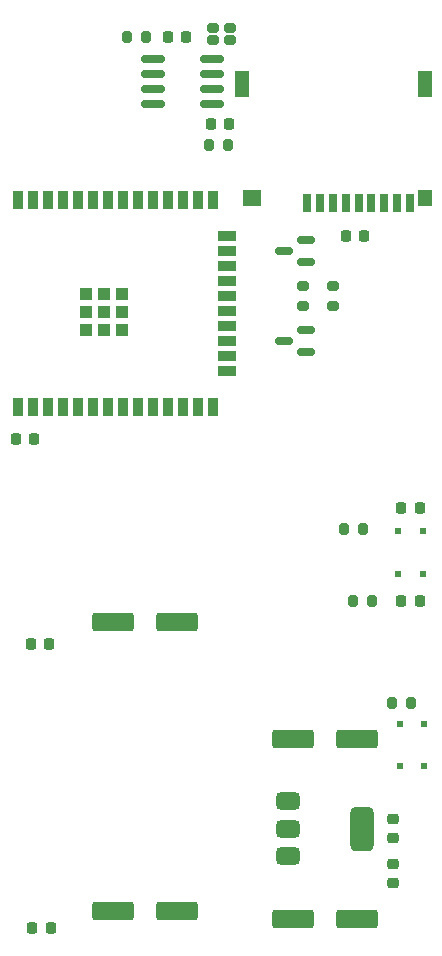
<source format=gtp>
G04 #@! TF.GenerationSoftware,KiCad,Pcbnew,9.0.5*
G04 #@! TF.CreationDate,2025-10-27T18:10:04+01:00*
G04 #@! TF.ProjectId,Laser_Electronics,4c617365-725f-4456-9c65-6374726f6e69,2*
G04 #@! TF.SameCoordinates,Original*
G04 #@! TF.FileFunction,Paste,Top*
G04 #@! TF.FilePolarity,Positive*
%FSLAX46Y46*%
G04 Gerber Fmt 4.6, Leading zero omitted, Abs format (unit mm)*
G04 Created by KiCad (PCBNEW 9.0.5) date 2025-10-27 18:10:04*
%MOMM*%
%LPD*%
G01*
G04 APERTURE LIST*
G04 Aperture macros list*
%AMRoundRect*
0 Rectangle with rounded corners*
0 $1 Rounding radius*
0 $2 $3 $4 $5 $6 $7 $8 $9 X,Y pos of 4 corners*
0 Add a 4 corners polygon primitive as box body*
4,1,4,$2,$3,$4,$5,$6,$7,$8,$9,$2,$3,0*
0 Add four circle primitives for the rounded corners*
1,1,$1+$1,$2,$3*
1,1,$1+$1,$4,$5*
1,1,$1+$1,$6,$7*
1,1,$1+$1,$8,$9*
0 Add four rect primitives between the rounded corners*
20,1,$1+$1,$2,$3,$4,$5,0*
20,1,$1+$1,$4,$5,$6,$7,0*
20,1,$1+$1,$6,$7,$8,$9,0*
20,1,$1+$1,$8,$9,$2,$3,0*%
G04 Aperture macros list end*
%ADD10RoundRect,0.200000X-0.300000X-0.200000X0.300000X-0.200000X0.300000X0.200000X-0.300000X0.200000X0*%
%ADD11RoundRect,0.200000X-0.200000X-0.275000X0.200000X-0.275000X0.200000X0.275000X-0.200000X0.275000X0*%
%ADD12RoundRect,0.150000X0.587500X0.150000X-0.587500X0.150000X-0.587500X-0.150000X0.587500X-0.150000X0*%
%ADD13RoundRect,0.375000X-0.625000X-0.375000X0.625000X-0.375000X0.625000X0.375000X-0.625000X0.375000X0*%
%ADD14RoundRect,0.500000X-0.500000X-1.400000X0.500000X-1.400000X0.500000X1.400000X-0.500000X1.400000X0*%
%ADD15RoundRect,0.225000X-0.225000X-0.250000X0.225000X-0.250000X0.225000X0.250000X-0.225000X0.250000X0*%
%ADD16RoundRect,0.200000X0.275000X-0.200000X0.275000X0.200000X-0.275000X0.200000X-0.275000X-0.200000X0*%
%ADD17R,0.700000X1.600000*%
%ADD18R,1.200000X2.200000*%
%ADD19R,1.600000X1.400000*%
%ADD20R,1.200000X1.400000*%
%ADD21RoundRect,0.250000X1.500000X0.550000X-1.500000X0.550000X-1.500000X-0.550000X1.500000X-0.550000X0*%
%ADD22R,0.900000X1.500000*%
%ADD23R,1.500000X0.900000*%
%ADD24R,1.050000X1.050000*%
%ADD25RoundRect,0.225000X-0.250000X0.225000X-0.250000X-0.225000X0.250000X-0.225000X0.250000X0.225000X0*%
%ADD26RoundRect,0.150000X0.825000X0.150000X-0.825000X0.150000X-0.825000X-0.150000X0.825000X-0.150000X0*%
%ADD27R,0.502500X0.630000*%
%ADD28R,0.505000X0.630000*%
%ADD29RoundRect,0.200000X0.200000X0.275000X-0.200000X0.275000X-0.200000X-0.275000X0.200000X-0.275000X0*%
%ADD30RoundRect,0.225000X0.225000X0.250000X-0.225000X0.250000X-0.225000X-0.250000X0.225000X-0.250000X0*%
%ADD31RoundRect,0.200000X-0.275000X0.200000X-0.275000X-0.200000X0.275000X-0.200000X0.275000X0.200000X0*%
%ADD32RoundRect,0.250000X-1.500000X-0.550000X1.500000X-0.550000X1.500000X0.550000X-1.500000X0.550000X0*%
%ADD33RoundRect,0.218750X0.218750X0.256250X-0.218750X0.256250X-0.218750X-0.256250X0.218750X-0.256250X0*%
G04 APERTURE END LIST*
D10*
X129540000Y-56642000D03*
X131040000Y-56642000D03*
X131040000Y-57742000D03*
X129540000Y-57742000D03*
D11*
X144717000Y-113792000D03*
X146367000Y-113792000D03*
D12*
X137462500Y-84135000D03*
X137462500Y-82235000D03*
X135587500Y-83185000D03*
D13*
X135915000Y-122160000D03*
X135915000Y-124460000D03*
D14*
X142215000Y-124460000D03*
D13*
X135915000Y-126760000D03*
D15*
X112890000Y-91440000D03*
X114440000Y-91440000D03*
D16*
X137160000Y-80200000D03*
X137160000Y-78550000D03*
D17*
X137500968Y-71537855D03*
X138600968Y-71537855D03*
X139700968Y-71537855D03*
X140800968Y-71537855D03*
X141900968Y-71537855D03*
X143000968Y-71537855D03*
X144100968Y-71537855D03*
X145200968Y-71537855D03*
X146300968Y-71537855D03*
D18*
X132000968Y-61437855D03*
D19*
X132900968Y-71037855D03*
D18*
X147500968Y-61437855D03*
D20*
X147500968Y-71037855D03*
D15*
X114160000Y-108849000D03*
X115710000Y-108849000D03*
D21*
X126525000Y-106934000D03*
X121125000Y-106934000D03*
D22*
X113035000Y-88760000D03*
X114305000Y-88760000D03*
X115575000Y-88760000D03*
X116845000Y-88760000D03*
X118115000Y-88760000D03*
X119385000Y-88760000D03*
X120655000Y-88760000D03*
X121925000Y-88760000D03*
X123195000Y-88760000D03*
X124465000Y-88760000D03*
X125735000Y-88760000D03*
X127005000Y-88760000D03*
X128275000Y-88760000D03*
X129545000Y-88760000D03*
D23*
X130795000Y-85720000D03*
X130795000Y-84450000D03*
X130795000Y-83180000D03*
X130795000Y-81910000D03*
X130795000Y-80640000D03*
X130795000Y-79370000D03*
X130795000Y-78100000D03*
X130795000Y-76830000D03*
X130795000Y-75560000D03*
X130795000Y-74290000D03*
D22*
X129545000Y-71260000D03*
X128275000Y-71260000D03*
X127005000Y-71260000D03*
X125735000Y-71260000D03*
X124465000Y-71260000D03*
X123195000Y-71260000D03*
X121925000Y-71260000D03*
X120655000Y-71260000D03*
X119385000Y-71260000D03*
X118115000Y-71260000D03*
X116845000Y-71260000D03*
X115575000Y-71260000D03*
X114305000Y-71260000D03*
X113035000Y-71260000D03*
D24*
X118850000Y-82215000D03*
X120375000Y-82215000D03*
X121900000Y-82215000D03*
X118850000Y-80690000D03*
X120375000Y-80690000D03*
X121900000Y-80690000D03*
X118850000Y-79165000D03*
X120375000Y-79165000D03*
X121900000Y-79165000D03*
D25*
X144780000Y-127495000D03*
X144780000Y-129045000D03*
D12*
X137462500Y-76515000D03*
X137462500Y-74615000D03*
X135587500Y-75565000D03*
D11*
X122263500Y-57404000D03*
X123913500Y-57404000D03*
X129223000Y-66548000D03*
X130873000Y-66548000D03*
D15*
X145529000Y-97282000D03*
X147079000Y-97282000D03*
D26*
X129475000Y-63119000D03*
X129475000Y-61849000D03*
X129475000Y-60579000D03*
X129475000Y-59309000D03*
X124525000Y-59309000D03*
X124525000Y-60579000D03*
X124525000Y-61849000D03*
X124525000Y-63119000D03*
D15*
X114287000Y-132852000D03*
X115837000Y-132852000D03*
X145529000Y-105156000D03*
X147079000Y-105156000D03*
D27*
X147466250Y-115570000D03*
D28*
X147465000Y-119150000D03*
X145415000Y-115570000D03*
X145415000Y-119150000D03*
D11*
X140653000Y-99060000D03*
X142303000Y-99060000D03*
D25*
X144780000Y-123685000D03*
X144780000Y-125235000D03*
D29*
X143065000Y-105156000D03*
X141415000Y-105156000D03*
D30*
X142380000Y-74295000D03*
X140830000Y-74295000D03*
D31*
X139700000Y-78550000D03*
X139700000Y-80200000D03*
D21*
X126525000Y-131445000D03*
X121125000Y-131445000D03*
D32*
X136365000Y-132080000D03*
X141765000Y-132080000D03*
D27*
X145268750Y-102870000D03*
D28*
X145270000Y-99290000D03*
X147320000Y-102870000D03*
X147320000Y-99290000D03*
D21*
X141765000Y-116840000D03*
X136365000Y-116840000D03*
D33*
X127305000Y-57404000D03*
X125730000Y-57404000D03*
D30*
X130950000Y-64770000D03*
X129400000Y-64770000D03*
M02*

</source>
